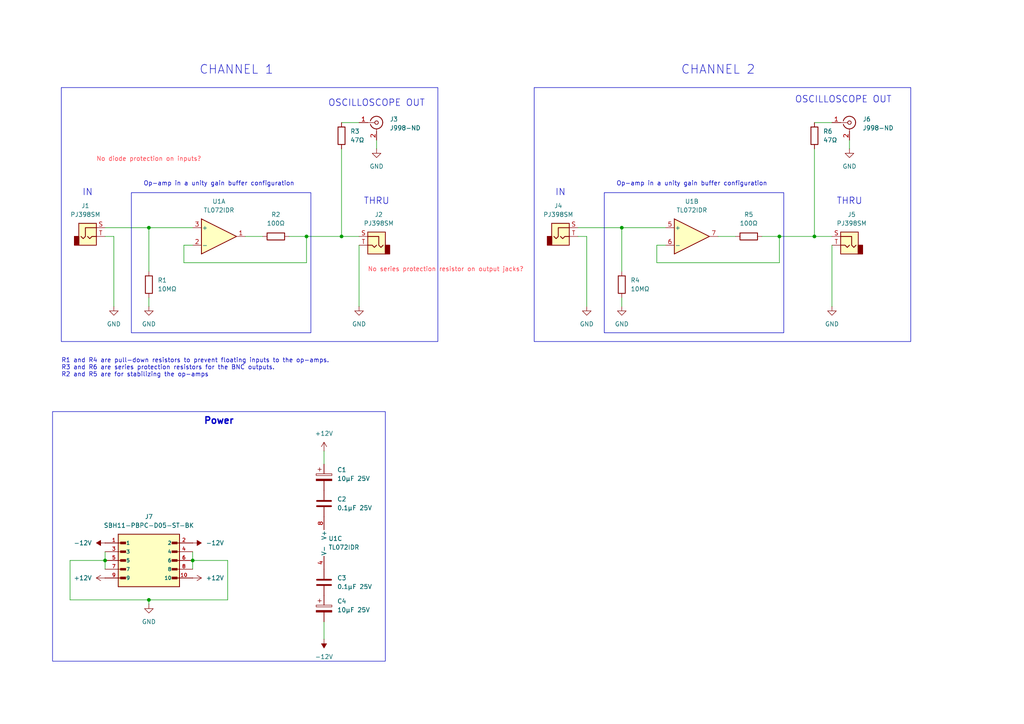
<source format=kicad_sch>
(kicad_sch (version 20231120) (generator "eeschema") (generator_version "8.0")
  (paper "A4")
  (lib_symbols
    (symbol "Amplifier_Operational:TL072" (pin_names (offset 0.127))
      (property "Reference" "U" (at 0 5.08 0))
      (property "Value" "TL072" (at 0 -5.08 0))
      (symbol "TL072_1_1"
        (polyline (pts (xy -5.08 5.08) (xy 5.08 0) (xy -5.08 -5.08) (xy -5.08 5.08)) (stroke (width 0.254)) (fill (type background)))
        (pin output line (at 7.62 0 180) (length 2.54) (name "~") (number "1"))
        (pin input line (at -7.62 -2.54 0) (length 2.54) (name "-") (number "2"))
        (pin input line (at -7.62 2.54 0) (length 2.54) (name "+") (number "3"))
      )
      (symbol "TL072_2_1"
        (polyline (pts (xy -5.08 5.08) (xy 5.08 0) (xy -5.08 -5.08) (xy -5.08 5.08)) (stroke (width 0.254)) (fill (type background)))
        (pin input line (at -7.62 2.54 0) (length 2.54) (name "+") (number "5"))
        (pin input line (at -7.62 -2.54 0) (length 2.54) (name "-") (number "6"))
        (pin output line (at 7.62 0 180) (length 2.54) (name "~") (number "7"))
      )
      (symbol "TL072_3_1"
        (pin power_in line (at -2.54 -7.62 90) (length 3.81) (name "V-") (number "4"))
        (pin power_in line (at -2.54 7.62 270) (length 3.81) (name "V+") (number "8"))
      )
    )
    (symbol "Connector:Conn_Coaxial" (pin_names (offset 1.016) hide)
      (property "Reference" "J" (at 0.254 3.048 0))
      (property "Value" "Conn_Coaxial" (at 2.921 0 90))
      (symbol "Conn_Coaxial_0_1"
        (arc (start -1.778 -0.508) (mid 0.2311 -1.8066) (end 1.778 0) (stroke (width 0.254)))
        (polyline (pts (xy -2.54 0) (xy -0.508 0)))
        (polyline (pts (xy 0 -2.54) (xy 0 -1.778)))
        (circle (center 0 0) (radius 0.508) (stroke (width 0.2032)))
        (arc (start 1.778 0) (mid 0.2099 1.8101) (end -1.778 0.508) (stroke (width 0.254)))
      )
      (symbol "Conn_Coaxial_1_1"
        (pin passive line (at -5.08 0 0) (length 2.54) (name "In") (number "1"))
        (pin passive line (at 0 -5.08 90) (length 2.54) (name "Ext") (number "2"))
      )
    )
    (symbol "Connector_Audio:AudioJack2"
      (property "Reference" "J" (at 0 8.89 0))
      (property "Value" "AudioJack2" (at 0 6.35 0))
      (symbol "AudioJack2_0_1"
        (rectangle (start -3.81 0) (end -2.54 -2.54) (stroke (width 0.254)) (fill (type outline)))
        (rectangle (start -2.54 3.81) (end 2.54 -2.54) (stroke (width 0.254)) (fill (type background)))
        (polyline (pts (xy 0 0) (xy 0.635 -0.635) (xy 1.27 0) (xy 2.54 0)) (stroke (width 0.254)))
        (polyline (pts (xy 2.54 2.54) (xy -0.635 2.54) (xy -0.635 0) (xy -1.27 -0.635) (xy -1.905 0)) (stroke (width 0.254)))
      )
      (symbol "AudioJack2_1_1"
        (pin passive line (at 5.08 2.54 180) (length 2.54) (name "~") (number "S"))
        (pin passive line (at 5.08 0 180) (length 2.54) (name "~") (number "T"))
      )
    )
    (symbol "Device:C" (pin_numbers hide) (pin_names (offset 0.254))
      (property "Reference" "C" (at 0.635 2.54 0))
      (property "Value" "C" (at 0.635 -2.54 0))
      (symbol "C_0_1"
        (polyline (pts (xy -2.032 -0.762) (xy 2.032 -0.762)) (stroke (width 0.508)))
        (polyline (pts (xy -2.032 0.762) (xy 2.032 0.762)) (stroke (width 0.508)))
      )
      (symbol "C_1_1"
        (pin passive line (at 0 3.81 270) (length 2.794) (name "~") (number "1"))
        (pin passive line (at 0 -3.81 90) (length 2.794) (name "~") (number "2"))
      )
    )
    (symbol "Device:C_Polarized" (pin_numbers hide) (pin_names (offset 0.254))
      (property "Reference" "C" (at 0.635 2.54 0))
      (property "Value" "C_Polarized" (at 0.635 -2.54 0))
      (symbol "C_Polarized_0_1"
        (rectangle (start -2.286 0.508) (end 2.286 1.016))
        (polyline (pts (xy -1.778 2.286) (xy -0.762 2.286)))
        (polyline (pts (xy -1.27 2.794) (xy -1.27 1.778)))
        (rectangle (start 2.286 -0.508) (end -2.286 -1.016) (fill (type outline)))
      )
      (symbol "C_Polarized_1_1"
        (pin passive line (at 0 3.81 270) (length 2.794) (name "~") (number "1"))
        (pin passive line (at 0 -3.81 90) (length 2.794) (name "~") (number "2"))
      )
    )
    (symbol "Device:R" (pin_numbers hide) (pin_names (offset 0))
      (property "Reference" "R" (at 2.032 0 90))
      (property "Value" "R" (at 0 0 90))
      (symbol "R_0_1"
        (rectangle (start -1.016 -2.54) (end 1.016 2.54) (stroke (width 0.254)))
      )
      (symbol "R_1_1"
        (pin passive line (at 0 3.81 270) (length 1.27) (name "~") (number "1"))
        (pin passive line (at 0 -3.81 90) (length 1.27) (name "~") (number "2"))
      )
    )
    (symbol "Eurorack_Power_Connector:SBH11-PBPC-D05-ST-BK" (pin_names (offset 1.016))
      (property "Reference" "J" (at -10.16 8.89 0))
      (property "Value" "SBH11-PBPC-D05-ST-BK" (at -10.16 -10.16 0))
      (symbol "SBH11-PBPC-D05-ST-BK_0_0"
        (rectangle (start -8.89 -7.62) (end 8.89 7.62) (stroke (width 0.254)) (fill (type background)))
        (rectangle (start -8.255 -5.3975) (end -6.6675 -4.7625) (stroke (width 0.1)) (fill (type outline)))
        (rectangle (start -8.255 -2.8575) (end -6.6675 -2.2225) (stroke (width 0.1)) (fill (type outline)))
        (rectangle (start -8.255 -0.3175) (end -6.6675 0.3175) (stroke (width 0.1)) (fill (type outline)))
        (rectangle (start -8.255 2.2225) (end -6.6675 2.8575) (stroke (width 0.1)) (fill (type outline)))
        (rectangle (start -8.255 4.7625) (end -6.6675 5.3975) (stroke (width 0.1)) (fill (type outline)))
        (rectangle (start 6.6675 -5.3975) (end 8.255 -4.7625) (stroke (width 0.1)) (fill (type outline)))
        (rectangle (start 6.6675 -2.8575) (end 8.255 -2.2225) (stroke (width 0.1)) (fill (type outline)))
        (rectangle (start 6.6675 -0.3175) (end 8.255 0.3175) (stroke (width 0.1)) (fill (type outline)))
        (rectangle (start 6.6675 2.2225) (end 8.255 2.8575) (stroke (width 0.1)) (fill (type outline)))
        (rectangle (start 6.6675 4.7625) (end 8.255 5.3975) (stroke (width 0.1)) (fill (type outline)))
        (pin passive line (at -12.7 5.08 0) (length 5.08) (name "1") (number "1"))
        (pin passive line (at 12.7 -5.08 180) (length 5.08) (name "10") (number "10"))
        (pin passive line (at 12.7 5.08 180) (length 5.08) (name "2") (number "2"))
        (pin passive line (at -12.7 2.54 0) (length 5.08) (name "3") (number "3"))
        (pin passive line (at 12.7 2.54 180) (length 5.08) (name "4") (number "4"))
        (pin passive line (at -12.7 0 0) (length 5.08) (name "5") (number "5"))
        (pin passive line (at 12.7 0 180) (length 5.08) (name "6") (number "6"))
        (pin passive line (at -12.7 -2.54 0) (length 5.08) (name "7") (number "7"))
        (pin passive line (at 12.7 -2.54 180) (length 5.08) (name "8") (number "8"))
        (pin passive line (at -12.7 -5.08 0) (length 5.08) (name "9") (number "9"))
      )
    )
    (symbol "power:+12V" (power) (pin_numbers hide) (pin_names (offset 0) hide)
      (property "Value" "+12V" (at 0 3.556 0))
      (symbol "+12V_0_1"
        (polyline (pts (xy -0.762 1.27) (xy 0 2.54)))
        (polyline (pts (xy 0 0) (xy 0 2.54)))
        (polyline (pts (xy 0 2.54) (xy 0.762 1.27)))
      )
      (symbol "+12V_1_1"
        (pin power_in line (at 0 0 90) (length 0) (name "~") (number "1"))
      )
    )
    (symbol "power:-12V" (power) (pin_numbers hide) (pin_names (offset 0) hide)
      (property "Value" "-12V" (at 0 3.556 0))
      (symbol "-12V_0_0"
        (pin power_in line (at 0 0 90) (length 0) (name "~") (number "1"))
      )
      (symbol "-12V_0_1"
        (polyline (pts (xy 0 0) (xy 0 1.27) (xy 0.762 1.27) (xy 0 2.54) (xy -0.762 1.27) (xy 0 1.27)) (fill (type outline)))
      )
    )
    (symbol "power:GND" (power) (pin_numbers hide) (pin_names (offset 0) hide)
      (property "Value" "GND" (at 0 -3.81 0))
      (symbol "GND_0_1"
        (polyline (pts (xy 0 0) (xy 0 -1.27) (xy 1.27 -1.27) (xy 0 -2.54) (xy -1.27 -1.27) (xy 0 -1.27)))
      )
      (symbol "GND_1_1"
        (pin power_in line (at 0 0 270) (length 0) (name "~") (number "1"))
      )
    )
  )
  (junction (at 180.34 66.04))
  (junction (at 55.88 162.56))
  (junction (at 226.06 68.58))
  (junction (at 30.48 162.56))
  (junction (at 88.9 68.58))
  (junction (at 236.22 68.58))
  (junction (at 99.06 68.58))
  (junction (at 43.18 173.99))
  (junction (at 43.18 66.04))
  (wire (pts (xy 99.06 68.58) (xy 104.14 68.58)))
  (wire (pts (xy 53.34 71.12) (xy 55.88 71.12)))
  (wire (pts (xy 83.82 68.58) (xy 88.9 68.58)))
  (wire (pts (xy 170.18 68.58) (xy 170.18 88.9)))
  (wire (pts (xy 71.12 68.58) (xy 76.2 68.58)))
  (wire (pts (xy 66.04 162.56) (xy 66.04 173.99)))
  (wire (pts (xy 167.64 68.58) (xy 170.18 68.58)))
  (wire (pts (xy 20.32 173.99) (xy 43.18 173.99)))
  (wire (pts (xy 190.5 71.12) (xy 193.04 71.12)))
  (wire (pts (xy 246.38 40.64) (xy 246.38 43.18)))
  (wire (pts (xy 30.48 162.56) (xy 20.32 162.56)))
  (wire (pts (xy 93.98 180.34) (xy 93.98 185.42)))
  (wire (pts (xy 43.18 173.99) (xy 43.18 175.26)))
  (wire (pts (xy 236.22 68.58) (xy 241.3 68.58)))
  (wire (pts (xy 190.5 76.2) (xy 190.5 71.12)))
  (wire (pts (xy 241.3 71.12) (xy 241.3 88.9)))
  (wire (pts (xy 208.28 68.58) (xy 213.36 68.58)))
  (wire (pts (xy 30.48 160.02) (xy 30.48 162.56)))
  (wire (pts (xy 30.48 68.58) (xy 33.02 68.58)))
  (wire (pts (xy 180.34 86.36) (xy 180.34 88.9)))
  (wire (pts (xy 167.64 66.04) (xy 180.34 66.04)))
  (wire (pts (xy 88.9 68.58) (xy 88.9 76.2)))
  (wire (pts (xy 109.22 40.64) (xy 109.22 43.18)))
  (wire (pts (xy 88.9 76.2) (xy 53.34 76.2)))
  (wire (pts (xy 180.34 66.04) (xy 180.34 78.74)))
  (wire (pts (xy 55.88 162.56) (xy 66.04 162.56)))
  (wire (pts (xy 88.9 68.58) (xy 99.06 68.58)))
  (wire (pts (xy 104.14 35.56) (xy 99.06 35.56)))
  (wire (pts (xy 66.04 173.99) (xy 43.18 173.99)))
  (wire (pts (xy 55.88 162.56) (xy 55.88 165.1)))
  (wire (pts (xy 93.98 130.81) (xy 93.98 134.62)))
  (wire (pts (xy 99.06 43.18) (xy 99.06 68.58)))
  (wire (pts (xy 226.06 76.2) (xy 190.5 76.2)))
  (wire (pts (xy 30.48 162.56) (xy 30.48 165.1)))
  (wire (pts (xy 20.32 162.56) (xy 20.32 173.99)))
  (wire (pts (xy 43.18 66.04) (xy 43.18 78.74)))
  (wire (pts (xy 53.34 76.2) (xy 53.34 71.12)))
  (wire (pts (xy 104.14 71.12) (xy 104.14 88.9)))
  (wire (pts (xy 180.34 66.04) (xy 193.04 66.04)))
  (wire (pts (xy 55.88 160.02) (xy 55.88 162.56)))
  (wire (pts (xy 226.06 68.58) (xy 236.22 68.58)))
  (wire (pts (xy 30.48 66.04) (xy 43.18 66.04)))
  (wire (pts (xy 33.02 68.58) (xy 33.02 88.9)))
  (wire (pts (xy 220.98 68.58) (xy 226.06 68.58)))
  (wire (pts (xy 43.18 66.04) (xy 55.88 66.04)))
  (wire (pts (xy 241.3 35.56) (xy 236.22 35.56)))
  (wire (pts (xy 43.18 86.36) (xy 43.18 88.9)))
  (wire (pts (xy 226.06 68.58) (xy 226.06 76.2)))
  (wire (pts (xy 236.22 43.18) (xy 236.22 68.58)))
  (rectangle (start 154.94 25.4) (end 264.16 99.06))
  (rectangle (start 38.1 55.88) (end 90.17 96.52))
  (rectangle (start 17.78 25.4) (end 127 99.06))
  (rectangle (start 175.26 55.88) (end 227.33 96.52))
  (text_box "Power" (at 15.24 119.38 0) (size 96.52 72.39) (effects (font (size 1.905 1.905) (thickness 0.381) (bold yes)) (justify top)))
  (text "OSCILLOSCOPE OUT" (at 244.602 28.956 0) (effects (font (size 1.905 1.905))))
  (text "IN" (at 162.56 55.88 0) (effects (font (size 1.905 1.905))))
  (text "R1 and R4 are pull-down resistors to prevent floating inputs to the op-amps.\nR3 and R6 are series protection resistors for the BNC outputs.\nR2 and R5 are for stabilizing the op-amps" (at 17.78 106.68 0) (effects (font (size 1.27 1.27)) (justify left)))
  (text "THRU" (at 246.38 58.42 0) (effects (font (size 1.905 1.905))))
  (text "THRU" (at 109.22 58.42 0) (effects (font (size 1.905 1.905))))
  (text "CHANNEL 1" (at 68.58 20.32 0) (effects (font (size 2.54 2.54))))
  (text "Op-amp in a unity gain buffer configuration" (at 200.66 53.34 0) (effects (font (size 1.27 1.27))))
  (text "OSCILLOSCOPE OUT" (at 109.22 29.972 0) (effects (font (size 1.905 1.905))))
  (text "Op-amp in a unity gain buffer configuration" (at 63.5 53.34 0) (effects (font (size 1.27 1.27))))
  (text "CHANNEL 2" (at 208.28 20.32 0) (effects (font (size 2.54 2.54))))
  (text "No diode protection on inputs?" (at 43.18 46.228 0) (effects (font (size 1.27 1.27))))
  (text "IN" (at 25.4 55.88 0) (effects (font (size 1.905 1.905))))
  (text "No series protection resistor on output jacks?" (at 129.286 78.232 0) (effects (font (size 1.27 1.27))))
  (symbol (lib_id "Amplifier_Operational:TL072") (at 200.66 68.58 0) (unit 2)
    (property "Reference" "U1" (at 200.66 58.42 0))
    (property "Value" "TL072IDR" (at 200.66 60.96 0))
    (property "Footprint" "TL072:SOIC127P599X175-8N" (effects (hide yes)))
    (property "Datasheet" "http://www.ti.com/lit/ds/symlink/tl071.pdf" (effects (hide yes)))
    (property "Description" "TL072 DIP-8/SOIC-8" (effects (hide yes)))
    (property "DIGIKEY_PART" "296-7194-1-ND" (effects (hide yes)))
    (property "MANUFACTURER" "Texas Instruments" (effects (hide yes)))
  )
  (symbol (lib_id "Device:R") (at 99.06 39.37 0) (unit 1)
    (property "Reference" "R3" (at 101.6 38.0999 0) (effects (justify left)))
    (property "Value" "47Ω" (at 101.6 40.6399 0) (effects (justify left)))
    (property "Footprint" "Resistor_SMD:R_1206_3216Metric_Pad1.30x1.75mm_HandSolder" (effects (hide yes)))
    (property "Description" "1/4W Metal-Film Resistor, Min. 2% Tolerance" (effects (hide yes)))
    (property "DIGIKEY_PART" "S47CATR-ND" (effects (hide yes)))
  )
  (symbol (lib_id "power:GND") (at 180.34 88.9 0) (unit 1)
    (property "Reference" "#PWR05" (effects (hide yes)))
    (property "Value" "GND" (at 180.34 93.98 0))
    (property "Description" "Power symbol creates a global label with name \"GND\" , ground" (effects (hide yes)))
  )
  (symbol (lib_id "power:GND") (at 109.22 43.18 0) (unit 1)
    (property "Reference" "#PWR07" (effects (hide yes)))
    (property "Value" "GND" (at 109.22 48.26 0))
    (property "Description" "Power symbol creates a global label with name \"GND\" , ground" (effects (hide yes)))
  )
  (symbol (lib_id "Connector:Conn_Coaxial") (at 246.38 35.56 0) (unit 1)
    (property "Reference" "J6" (at 250.19 34.5831 0) (effects (justify left)))
    (property "Value" "J998-ND" (at 250.19 37.1231 0) (effects (justify left)))
    (property "Footprint" "SMA:LINX_CONSMA008-G" (effects (hide yes)))
    (property "Datasheet" " ~" (effects (hide yes)))
    (property "Description" "coaxial connector (BNC, SMA, SMB, SMC, Cinch/RCA, LEMO, ...)" (effects (hide yes)))
    (property "DIGIKEY_PART" "J998-ND" (effects (hide yes)))
    (property "MANUFACTURER" "Cinch Connectivity Solutions Johnson" (effects (hide yes)))
  )
  (symbol (lib_id "Connector_Audio:AudioJack2") (at 109.22 71.12 0) (mirror y) (unit 1)
    (property "Reference" "J2" (at 109.855 62.23 0))
    (property "Value" "PJ398SM" (at 109.855 64.77 0))
    (property "Footprint" "Thonk:Jack_3.5mm_QingPu_WQP-PJ398SM_Vertical" (effects (hide yes)))
    (property "Description" "Audio Jack, 2 Poles (Mono / TS)" (effects (hide yes)))
  )
  (symbol (lib_id "power:GND") (at 43.18 175.26 0) (unit 1)
    (property "Reference" "#PWR09" (effects (hide yes)))
    (property "Value" "GND" (at 43.18 180.34 0))
    (property "Description" "Power symbol creates a global label with name \"GND\" , ground" (effects (hide yes)))
  )
  (symbol (lib_id "Connector:Conn_Coaxial") (at 109.22 35.56 0) (unit 1)
    (property "Reference" "J3" (at 113.03 34.5831 0) (effects (justify left)))
    (property "Value" "J998-ND" (at 113.03 37.1231 0) (effects (justify left)))
    (property "Footprint" "SMA:LINX_CONSMA008-G" (effects (hide yes)))
    (property "Datasheet" " ~" (effects (hide yes)))
    (property "Description" "coaxial connector (BNC, SMA, SMB, SMC, Cinch/RCA, LEMO, ...)" (effects (hide yes)))
    (property "DIGIKEY_PART" "J998-ND" (effects (hide yes)))
    (property "MANUFACTURER" "Cinch Connectivity Solutions Johnson" (effects (hide yes)))
  )
  (symbol (lib_id "power:GND") (at 33.02 88.9 0) (unit 1)
    (property "Reference" "#PWR01" (effects (hide yes)))
    (property "Value" "GND" (at 33.02 93.98 0))
    (property "Description" "Power symbol creates a global label with name \"GND\" , ground" (effects (hide yes)))
  )
  (symbol (lib_id "Device:C_Polarized") (at 93.98 138.43 0) (unit 1)
    (property "Reference" "C1" (at 97.79 136.2709 0) (effects (justify left)))
    (property "Value" "10µF 25V" (at 97.79 138.8109 0) (effects (justify left)))
    (property "Footprint" "Capacitor_THT:CP_Radial_D4.0mm_P1.50mm" (effects (hide yes)))
    (property "Description" "Polarized aluminum electrolytic capacitor" (effects (hide yes)))
    (property "URL" "https://www.digikey.ca/short/j2zw22p9" (effects (hide yes)))
    (property "DIGIKEY_PART" "P14488-ND" (effects (hide yes)))
  )
  (symbol (lib_id "Connector_Audio:AudioJack2") (at 246.38 71.12 0) (mirror y) (unit 1)
    (property "Reference" "J5" (at 247.015 62.23 0))
    (property "Value" "PJ398SM" (at 247.015 64.77 0))
    (property "Footprint" "Thonk:Jack_3.5mm_QingPu_WQP-PJ398SM_Vertical" (effects (hide yes)))
    (property "Description" "Audio Jack, 2 Poles (Mono / TS)" (effects (hide yes)))
  )
  (symbol (lib_id "Device:C_Polarized") (at 93.98 176.53 0) (unit 1)
    (property "Reference" "C4" (at 97.79 174.3709 0) (effects (justify left)))
    (property "Value" "10µF 25V" (at 97.79 176.9109 0) (effects (justify left)))
    (property "Footprint" "Capacitor_THT:CP_Radial_D4.0mm_P1.50mm" (effects (hide yes)))
    (property "Description" "Polarized aluminum electrolytic capacitor" (effects (hide yes)))
    (property "URL" "https://www.digikey.ca/short/j2zw22p9" (effects (hide yes)))
    (property "DIGIKEY_PART" "P14488-ND" (effects (hide yes)))
  )
  (symbol (lib_id "Device:R") (at 43.18 82.55 0) (unit 1)
    (property "Reference" "R1" (at 45.72 81.2799 0) (effects (justify left)))
    (property "Value" "10MΩ" (at 45.72 83.8199 0) (effects (justify left)))
    (property "Footprint" "Resistor_SMD:R_1206_3216Metric_Pad1.30x1.75mm_HandSolder" (effects (hide yes)))
    (property "Description" "1/4W Metal-Film Resistor, Min. 2% Tolerance" (effects (hide yes)))
    (property "DIGIKEY_PART" "RNF14FTD10M0CT-ND" (effects (hide yes)))
  )
  (symbol (lib_id "Connector_Audio:AudioJack2") (at 25.4 68.58 0) (unit 1)
    (property "Reference" "J1" (at 24.765 59.69 0))
    (property "Value" "PJ398SM" (at 24.765 62.23 0))
    (property "Footprint" "Thonk:Jack_3.5mm_QingPu_WQP-PJ398SM_Vertical" (effects (hide yes)))
    (property "Description" "Audio Jack, 2 Poles (Mono / TS)" (effects (hide yes)))
  )
  (symbol (lib_id "Connector_Audio:AudioJack2") (at 162.56 68.58 0) (unit 1)
    (property "Reference" "J4" (at 161.925 59.69 0))
    (property "Value" "PJ398SM" (at 161.925 62.23 0))
    (property "Footprint" "Thonk:Jack_3.5mm_QingPu_WQP-PJ398SM_Vertical" (effects (hide yes)))
    (property "Description" "Audio Jack, 2 Poles (Mono / TS)" (effects (hide yes)))
  )
  (symbol (lib_id "Device:C") (at 93.98 168.91 0) (unit 1)
    (property "Reference" "C3" (at 97.79 167.6399 0) (effects (justify left)))
    (property "Value" "0.1µF 25V" (at 97.79 170.1799 0) (effects (justify left)))
    (property "Footprint" "Capacitor_SMD:C_1206_3216Metric_Pad1.33x1.80mm_HandSolder" (effects (hide yes)))
    (property "Datasheet" "https://connect.kemet.com:7667/gateway/IntelliData-ComponentDocumentation/1.0/download/datasheet/C322C102K1R5TA.pdf" (effects (hide yes)))
    (property "Description" "Unpolarized ceramic capacitor" (effects (hide yes)))
    (property "DIGIKEY_PART" "399-9776-ND" (effects (hide yes)))
    (property "MANUFACTURER" "Kemet" (effects (hide yes)))
  )
  (symbol (lib_id "Amplifier_Operational:TL072") (at 96.52 157.48 0) (unit 3)
    (property "Reference" "U1" (at 95.25 156.2099 0) (effects (justify left)))
    (property "Value" "TL072IDR" (at 95.25 158.7499 0) (effects (justify left)))
    (property "Footprint" "TL072:SOIC127P599X175-8N" (effects (hide yes)))
    (property "Datasheet" "http://www.ti.com/lit/ds/symlink/tl071.pdf" (effects (hide yes)))
    (property "Description" "TL072 DIP-8/SOIC-8" (effects (hide yes)))
    (property "DIGIKEY_PART" "296-7194-1-ND" (effects (hide yes)))
    (property "MANUFACTURER" "Texas Instruments" (effects (hide yes)))
  )
  (symbol (lib_id "power:GND") (at 246.38 43.18 0) (unit 1)
    (property "Reference" "#PWR08" (effects (hide yes)))
    (property "Value" "GND" (at 246.38 48.26 0))
    (property "Description" "Power symbol creates a global label with name \"GND\" , ground" (effects (hide yes)))
  )
  (symbol (lib_id "power:GND") (at 170.18 88.9 0) (unit 1)
    (property "Reference" "#PWR04" (effects (hide yes)))
    (property "Value" "GND" (at 170.18 93.98 0))
    (property "Description" "Power symbol creates a global label with name \"GND\" , ground" (effects (hide yes)))
  )
  (symbol (lib_id "Device:R") (at 180.34 82.55 0) (unit 1)
    (property "Reference" "R4" (at 182.88 81.2799 0) (effects (justify left)))
    (property "Value" "10MΩ" (at 182.88 83.8199 0) (effects (justify left)))
    (property "Footprint" "Resistor_SMD:R_1206_3216Metric_Pad1.30x1.75mm_HandSolder" (effects (hide yes)))
    (property "Description" "1/4W Metal-Film Resistor, Min. 2% Tolerance" (effects (hide yes)))
    (property "DIGIKEY_PART" "RNF14FTD10M0CT-ND" (effects (hide yes)))
  )
  (symbol (lib_id "Device:R") (at 80.01 68.58 90) (unit 1)
    (property "Reference" "R2" (at 80.01 62.23 90))
    (property "Value" "100Ω" (at 80.01 64.77 90))
    (property "Footprint" "Resistor_SMD:R_1206_3216Metric_Pad1.30x1.75mm_HandSolder" (effects (hide yes)))
    (property "Description" "1/4W Metal-Film Resistor, Min. 2% Tolerance" (effects (hide yes)))
    (property "DIGIKEY_PART" "RNF14FTD100RCT-ND" (effects (hide yes)))
  )
  (symbol (lib_id "power:-12V") (at 55.88 157.48 270) (unit 1)
    (property "Reference" "#PWR013" (effects (hide yes)))
    (property "Value" "-12V" (at 59.69 157.4799 90) (effects (justify left)))
    (property "Description" "Power symbol creates a global label with name \"-12V\"" (effects (hide yes)))
  )
  (symbol (lib_id "power:+12V") (at 55.88 167.64 270) (unit 1)
    (property "Reference" "#PWR015" (effects (hide yes)))
    (property "Value" "+12V" (at 59.69 167.6399 90) (effects (justify left)))
    (property "Description" "Power symbol creates a global label with name \"+12V\"" (effects (hide yes)))
  )
  (symbol (lib_id "Amplifier_Operational:TL072") (at 63.5 68.58 0) (unit 1)
    (property "Reference" "U1" (at 63.5 58.42 0))
    (property "Value" "TL072IDR" (at 63.5 60.96 0))
    (property "Footprint" "TL072:SOIC127P599X175-8N" (effects (hide yes)))
    (property "Datasheet" "http://www.ti.com/lit/ds/symlink/tl071.pdf" (effects (hide yes)))
    (property "Description" "TL072 DIP-8/SOIC-8" (effects (hide yes)))
    (property "DIGIKEY_PART" "296-7194-1-ND" (effects (hide yes)))
    (property "MANUFACTURER" "Texas Instruments" (effects (hide yes)))
  )
  (symbol (lib_id "Device:C") (at 93.98 146.05 0) (unit 1)
    (property "Reference" "C2" (at 97.79 144.7799 0) (effects (justify left)))
    (property "Value" "0.1µF 25V" (at 97.79 147.3199 0) (effects (justify left)))
    (property "Footprint" "Capacitor_SMD:C_1206_3216Metric_Pad1.33x1.80mm_HandSolder" (effects (hide yes)))
    (property "Datasheet" "https://connect.kemet.com:7667/gateway/IntelliData-ComponentDocumentation/1.0/download/datasheet/C322C102K1R5TA.pdf" (effects (hide yes)))
    (property "Description" "Unpolarized ceramic capacitor" (effects (hide yes)))
    (property "DIGIKEY_PART" "399-9776-ND" (effects (hide yes)))
    (property "MANUFACTURER" "Kemet" (effects (hide yes)))
  )
  (symbol (lib_id "power:GND") (at 104.14 88.9 0) (unit 1)
    (property "Reference" "#PWR03" (effects (hide yes)))
    (property "Value" "GND" (at 104.14 93.98 0))
    (property "Description" "Power symbol creates a global label with name \"GND\" , ground" (effects (hide yes)))
  )
  (symbol (lib_id "power:GND") (at 241.3 88.9 0) (unit 1)
    (property "Reference" "#PWR06" (effects (hide yes)))
    (property "Value" "GND" (at 241.3 93.98 0))
    (property "Description" "Power symbol creates a global label with name \"GND\" , ground" (effects (hide yes)))
  )
  (symbol (lib_id "Device:R") (at 236.22 39.37 0) (unit 1)
    (property "Reference" "R6" (at 238.76 38.0999 0) (effects (justify left)))
    (property "Value" "47Ω" (at 238.76 40.6399 0) (effects (justify left)))
    (property "Footprint" "Resistor_SMD:R_1206_3216Metric_Pad1.30x1.75mm_HandSolder" (effects (hide yes)))
    (property "Description" "1/4W Metal-Film Resistor, Min. 2% Tolerance" (effects (hide yes)))
    (property "DIGIKEY_PART" "S47CATR-ND" (effects (hide yes)))
  )
  (symbol (lib_id "power:GND") (at 43.18 88.9 0) (unit 1)
    (property "Reference" "#PWR02" (effects (hide yes)))
    (property "Value" "GND" (at 43.18 93.98 0))
    (property "Description" "Power symbol creates a global label with name \"GND\" , ground" (effects (hide yes)))
  )
  (symbol (lib_id "power:-12V") (at 93.98 185.42 0) (mirror x) (unit 1)
    (property "Reference" "#PWR011" (effects (hide yes)))
    (property "Value" "-12V" (at 93.98 190.5 0))
    (property "Description" "Power symbol creates a global label with name \"-12V\"" (effects (hide yes)))
  )
  (symbol (lib_id "Eurorack_Power_Connector:SBH11-PBPC-D05-ST-BK") (at 43.18 162.56 0) (unit 1)
    (property "Reference" "J7" (at 43.18 149.86 0))
    (property "Value" "SBH11-PBPC-D05-ST-BK" (at 43.18 152.4 0))
    (property "Footprint" "EurorackPowerConnector:SULLINS_SBH11-PBPC-D05-ST-BK" (effects (hide yes)))
    (property "Description" "10 Position 2x5 Shrouded IDC Header, 2.54MM pitch" (effects (hide yes)))
    (property "PARTREV" "J" (effects (hide yes)))
    (property "STANDARD" "Manufacturer Recommendations" (effects (hide yes)))
    (property "SNAPEDA_PN" "SBH11-PBPC-D05-ST-BK" (effects (hide yes)))
    (property "MAXIMUM_PACKAGE_HEIGHT" "9.1mm" (effects (hide yes)))
    (property "MANUFACTURER" "Sullins Connector Solutions" (effects (hide yes)))
    (property "DIGIKEY_PART" "SBH11-PBPC-D05-ST-BK" (effects (hide yes)))
  )
  (symbol (lib_id "power:-12V") (at 30.48 157.48 90) (unit 1)
    (property "Reference" "#PWR012" (effects (hide yes)))
    (property "Value" "-12V" (at 26.67 157.4799 90) (effects (justify left)))
    (property "Description" "Power symbol creates a global label with name \"-12V\"" (effects (hide yes)))
  )
  (symbol (lib_id "power:+12V") (at 30.48 167.64 90) (unit 1)
    (property "Reference" "#PWR014" (effects (hide yes)))
    (property "Value" "+12V" (at 26.67 167.6399 90) (effects (justify left)))
    (property "Description" "Power symbol creates a global label with name \"+12V\"" (effects (hide yes)))
  )
  (symbol (lib_id "Device:R") (at 217.17 68.58 90) (unit 1)
    (property "Reference" "R5" (at 217.17 62.23 90))
    (property "Value" "100Ω" (at 217.17 64.77 90))
    (property "Footprint" "Resistor_SMD:R_1206_3216Metric_Pad1.30x1.75mm_HandSolder" (effects (hide yes)))
    (property "Description" "1/4W Metal-Film Resistor, Min. 2% Tolerance" (effects (hide yes)))
    (property "DIGIKEY_PART" "RNF14FTD100RCT-ND" (effects (hide yes)))
  )
  (symbol (lib_id "power:+12V") (at 93.98 130.81 0) (unit 1)
    (property "Reference" "#PWR010" (effects (hide yes)))
    (property "Value" "+12V" (at 93.98 125.73 0))
    (property "Description" "Power symbol creates a global label with name \"+12V\"" (effects (hide yes)))
  )
)
</source>
